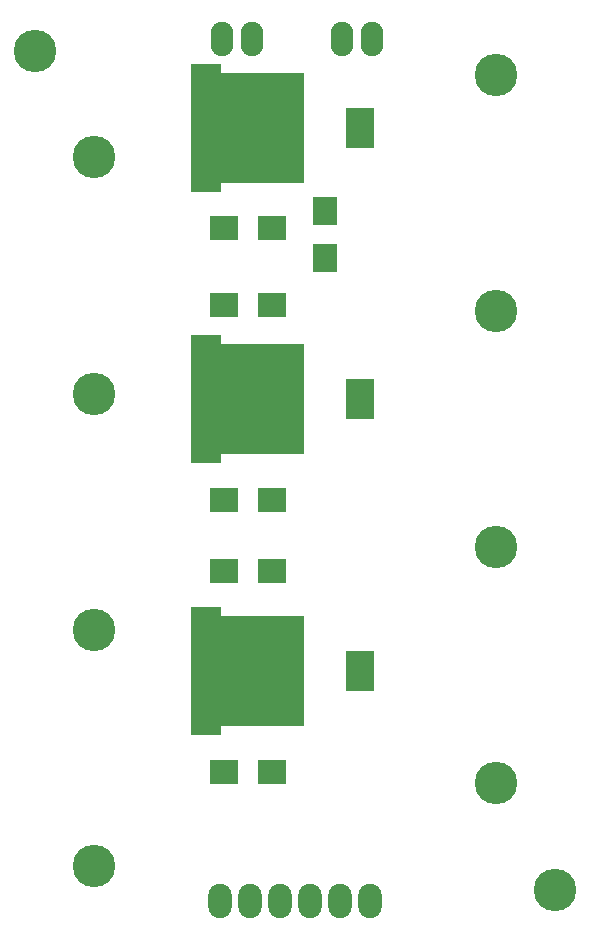
<source format=gbr>
G04 #@! TF.FileFunction,Soldermask,Bot*
%FSLAX46Y46*%
G04 Gerber Fmt 4.6, Leading zero omitted, Abs format (unit mm)*
G04 Created by KiCad (PCBNEW 4.0.4-stable) date 08/18/21 08:28:06*
%MOMM*%
%LPD*%
G01*
G04 APERTURE LIST*
%ADD10C,0.100000*%
%ADD11C,3.600000*%
%ADD12O,1.920000X2.920000*%
%ADD13O,2.000000X2.900000*%
%ADD14R,2.400000X2.100000*%
%ADD15R,2.100000X2.400000*%
%ADD16R,2.560000X10.900000*%
%ADD17R,7.410000X9.290000*%
%ADD18R,2.400000X3.400000*%
G04 APERTURE END LIST*
D10*
D11*
X182000000Y-127000000D03*
X143000000Y-125000000D03*
X138000000Y-56000000D03*
D12*
X153800000Y-55000000D03*
X156340000Y-55000000D03*
X164000000Y-55000000D03*
X166540000Y-55000000D03*
D13*
X153640000Y-128000000D03*
X156180000Y-128000000D03*
X158720000Y-128000000D03*
X161260000Y-128000000D03*
X163800000Y-128000000D03*
X166340000Y-128000000D03*
D11*
X143000000Y-105000000D03*
X143000000Y-65000000D03*
X177000000Y-58000000D03*
X177000000Y-78000000D03*
X177000000Y-118000000D03*
X143000000Y-85000000D03*
X177000000Y-98000000D03*
D14*
X154000000Y-117000000D03*
X158000000Y-117000000D03*
X154000000Y-100000000D03*
X158000000Y-100000000D03*
X154000000Y-94000000D03*
X158000000Y-94000000D03*
X154000000Y-77500000D03*
X158000000Y-77500000D03*
X154000000Y-71000000D03*
X158000000Y-71000000D03*
D15*
X162500000Y-69500000D03*
X162500000Y-73500000D03*
D16*
X152420000Y-108500000D03*
D17*
X156995000Y-108500000D03*
D18*
X165450000Y-108500000D03*
D16*
X152420000Y-85500000D03*
D17*
X156995000Y-85500000D03*
D18*
X165450000Y-85500000D03*
D16*
X152420000Y-62500000D03*
D17*
X156995000Y-62500000D03*
D18*
X165450000Y-62500000D03*
M02*

</source>
